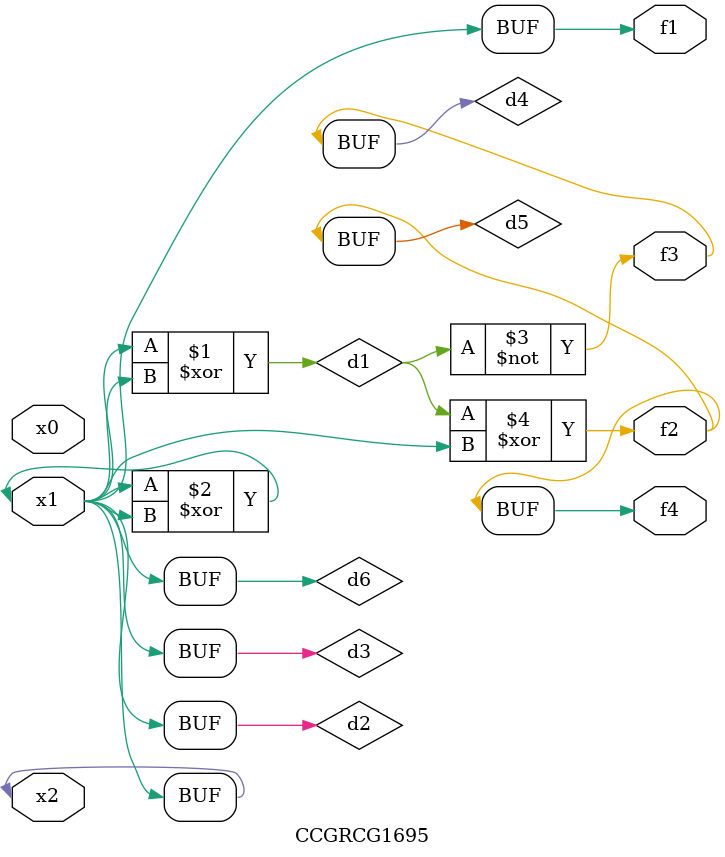
<source format=v>
module CCGRCG1695(
	input x0, x1, x2,
	output f1, f2, f3, f4
);

	wire d1, d2, d3, d4, d5, d6;

	xor (d1, x1, x2);
	buf (d2, x1, x2);
	xor (d3, x1, x2);
	nor (d4, d1);
	xor (d5, d1, d2);
	buf (d6, d2, d3);
	assign f1 = d6;
	assign f2 = d5;
	assign f3 = d4;
	assign f4 = d5;
endmodule

</source>
